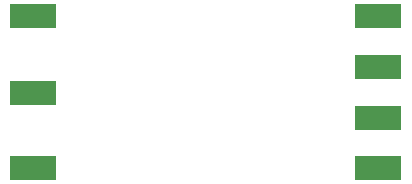
<source format=gbr>
%TF.GenerationSoftware,KiCad,Pcbnew,7.0.7*%
%TF.CreationDate,2023-08-19T03:36:19-07:00*%
%TF.ProjectId,genesis_m2_svideo_simple_standard,67656e65-7369-4735-9f6d-325f73766964,rev?*%
%TF.SameCoordinates,Original*%
%TF.FileFunction,Paste,Top*%
%TF.FilePolarity,Positive*%
%FSLAX46Y46*%
G04 Gerber Fmt 4.6, Leading zero omitted, Abs format (unit mm)*
G04 Created by KiCad (PCBNEW 7.0.7) date 2023-08-19 03:36:19*
%MOMM*%
%LPD*%
G01*
G04 APERTURE LIST*
%ADD10R,4.006000X2.000000*%
G04 APERTURE END LIST*
D10*
%TO.C,J5*%
X74676000Y-75057000D03*
%TD*%
%TO.C,J4*%
X103883000Y-81407000D03*
%TD*%
%TO.C,J3*%
X103883000Y-68580000D03*
%TD*%
%TO.C,J7*%
X103883000Y-77216000D03*
%TD*%
%TO.C,J1*%
X74676000Y-68580000D03*
%TD*%
%TO.C,J6*%
X103883000Y-72898000D03*
%TD*%
%TO.C,J2*%
X74676000Y-81407000D03*
%TD*%
M02*

</source>
